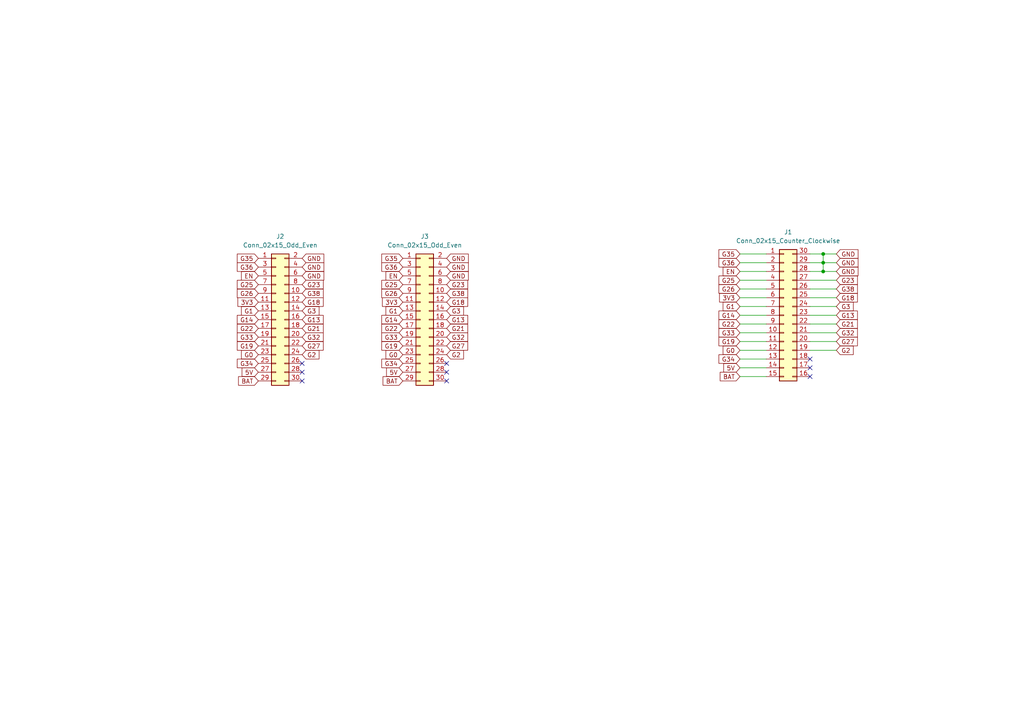
<source format=kicad_sch>
(kicad_sch (version 20230121) (generator eeschema)
  (paper "A4")
  (lib_symbols
    (symbol "Connector_Generic:Conn_02x15_Counter_Clockwise" (pin_names (offset 1.016) hide)
      (property "Reference" "J" (at 1.27 20.32 0))
      (property "Value" "Conn_02x15_Counter_Clockwise" (at 1.27 -20.32 0))
      (symbol "Conn_02x15_Counter_Clockwise_1_1"
        (rectangle (start -1.27 -17.653) (end 0 -17.907) (stroke (width 0.1524)))
        (rectangle (start -1.27 -15.113) (end 0 -15.367) (stroke (width 0.1524)))
        (rectangle (start -1.27 -12.573) (end 0 -12.827) (stroke (width 0.1524)))
        (rectangle (start -1.27 -10.033) (end 0 -10.287) (stroke (width 0.1524)))
        (rectangle (start -1.27 -7.493) (end 0 -7.747) (stroke (width 0.1524)))
        (rectangle (start -1.27 -4.953) (end 0 -5.207) (stroke (width 0.1524)))
        (rectangle (start -1.27 -2.413) (end 0 -2.667) (stroke (width 0.1524)))
        (rectangle (start -1.27 0.127) (end 0 -0.127) (stroke (width 0.1524)))
        (rectangle (start -1.27 2.667) (end 0 2.413) (stroke (width 0.1524)))
        (rectangle (start -1.27 5.207) (end 0 4.953) (stroke (width 0.1524)))
        (rectangle (start -1.27 7.747) (end 0 7.493) (stroke (width 0.1524)))
        (rectangle (start -1.27 10.287) (end 0 10.033) (stroke (width 0.1524)))
        (rectangle (start -1.27 12.827) (end 0 12.573) (stroke (width 0.1524)))
        (rectangle (start -1.27 15.367) (end 0 15.113) (stroke (width 0.1524)))
        (rectangle (start -1.27 17.907) (end 0 17.653) (stroke (width 0.1524)))
        (rectangle (start -1.27 19.05) (end 3.81 -19.05) (stroke (width 0.254)) (fill (type background)))
        (rectangle (start 3.81 -17.653) (end 2.54 -17.907) (stroke (width 0.1524)))
        (rectangle (start 3.81 -15.113) (end 2.54 -15.367) (stroke (width 0.1524)))
        (rectangle (start 3.81 -12.573) (end 2.54 -12.827) (stroke (width 0.1524)))
        (rectangle (start 3.81 -10.033) (end 2.54 -10.287) (stroke (width 0.1524)))
        (rectangle (start 3.81 -7.493) (end 2.54 -7.747) (stroke (width 0.1524)))
        (rectangle (start 3.81 -4.953) (end 2.54 -5.207) (stroke (width 0.1524)))
        (rectangle (start 3.81 -2.413) (end 2.54 -2.667) (stroke (width 0.1524)))
        (rectangle (start 3.81 0.127) (end 2.54 -0.127) (stroke (width 0.1524)))
        (rectangle (start 3.81 2.667) (end 2.54 2.413) (stroke (width 0.1524)))
        (rectangle (start 3.81 5.207) (end 2.54 4.953) (stroke (width 0.1524)))
        (rectangle (start 3.81 7.747) (end 2.54 7.493) (stroke (width 0.1524)))
        (rectangle (start 3.81 10.287) (end 2.54 10.033) (stroke (width 0.1524)))
        (rectangle (start 3.81 12.827) (end 2.54 12.573) (stroke (width 0.1524)))
        (rectangle (start 3.81 15.367) (end 2.54 15.113) (stroke (width 0.1524)))
        (rectangle (start 3.81 17.907) (end 2.54 17.653) (stroke (width 0.1524)))
        (pin passive line (at -5.08 17.78 0) (length 3.81) (name "Pin_1") (number "1"))
        (pin passive line (at -5.08 -5.08 0) (length 3.81) (name "Pin_10") (number "10"))
        (pin passive line (at -5.08 -7.62 0) (length 3.81) (name "Pin_11") (number "11"))
        (pin passive line (at -5.08 -10.16 0) (length 3.81) (name "Pin_12") (number "12"))
        (pin passive line (at -5.08 -12.7 0) (length 3.81) (name "Pin_13") (number "13"))
        (pin passive line (at -5.08 -15.24 0) (length 3.81) (name "Pin_14") (number "14"))
        (pin passive line (at -5.08 -17.78 0) (length 3.81) (name "Pin_15") (number "15"))
        (pin passive line (at 7.62 -17.78 180) (length 3.81) (name "Pin_16") (number "16"))
        (pin passive line (at 7.62 -15.24 180) (length 3.81) (name "Pin_17") (number "17"))
        (pin passive line (at 7.62 -12.7 180) (length 3.81) (name "Pin_18") (number "18"))
        (pin passive line (at 7.62 -10.16 180) (length 3.81) (name "Pin_19") (number "19"))
        (pin passive line (at -5.08 15.24 0) (length 3.81) (name "Pin_2") (number "2"))
        (pin passive line (at 7.62 -7.62 180) (length 3.81) (name "Pin_20") (number "20"))
        (pin passive line (at 7.62 -5.08 180) (length 3.81) (name "Pin_21") (number "21"))
        (pin passive line (at 7.62 -2.54 180) (length 3.81) (name "Pin_22") (number "22"))
        (pin passive line (at 7.62 0 180) (length 3.81) (name "Pin_23") (number "23"))
        (pin passive line (at 7.62 2.54 180) (length 3.81) (name "Pin_24") (number "24"))
        (pin passive line (at 7.62 5.08 180) (length 3.81) (name "Pin_25") (number "25"))
        (pin passive line (at 7.62 7.62 180) (length 3.81) (name "Pin_26") (number "26"))
        (pin passive line (at 7.62 10.16 180) (length 3.81) (name "Pin_27") (number "27"))
        (pin passive line (at 7.62 12.7 180) (length 3.81) (name "Pin_28") (number "28"))
        (pin passive line (at 7.62 15.24 180) (length 3.81) (name "Pin_29") (number "29"))
        (pin passive line (at -5.08 12.7 0) (length 3.81) (name "Pin_3") (number "3"))
        (pin passive line (at 7.62 17.78 180) (length 3.81) (name "Pin_30") (number "30"))
        (pin passive line (at -5.08 10.16 0) (length 3.81) (name "Pin_4") (number "4"))
        (pin passive line (at -5.08 7.62 0) (length 3.81) (name "Pin_5") (number "5"))
        (pin passive line (at -5.08 5.08 0) (length 3.81) (name "Pin_6") (number "6"))
        (pin passive line (at -5.08 2.54 0) (length 3.81) (name "Pin_7") (number "7"))
        (pin passive line (at -5.08 0 0) (length 3.81) (name "Pin_8") (number "8"))
        (pin passive line (at -5.08 -2.54 0) (length 3.81) (name "Pin_9") (number "9"))
      )
    )
    (symbol "Connector_Generic:Conn_02x15_Odd_Even" (pin_names (offset 1.016) hide)
      (property "Reference" "J" (at 1.27 20.32 0))
      (property "Value" "Conn_02x15_Odd_Even" (at 1.27 -20.32 0))
      (symbol "Conn_02x15_Odd_Even_1_1"
        (rectangle (start -1.27 -17.653) (end 0 -17.907) (stroke (width 0.1524)))
        (rectangle (start -1.27 -15.113) (end 0 -15.367) (stroke (width 0.1524)))
        (rectangle (start -1.27 -12.573) (end 0 -12.827) (stroke (width 0.1524)))
        (rectangle (start -1.27 -10.033) (end 0 -10.287) (stroke (width 0.1524)))
        (rectangle (start -1.27 -7.493) (end 0 -7.747) (stroke (width 0.1524)))
        (rectangle (start -1.27 -4.953) (end 0 -5.207) (stroke (width 0.1524)))
        (rectangle (start -1.27 -2.413) (end 0 -2.667) (stroke (width 0.1524)))
        (rectangle (start -1.27 0.127) (end 0 -0.127) (stroke (width 0.1524)))
        (rectangle (start -1.27 2.667) (end 0 2.413) (stroke (width 0.1524)))
        (rectangle (start -1.27 5.207) (end 0 4.953) (stroke (width 0.1524)))
        (rectangle (start -1.27 7.747) (end 0 7.493) (stroke (width 0.1524)))
        (rectangle (start -1.27 10.287) (end 0 10.033) (stroke (width 0.1524)))
        (rectangle (start -1.27 12.827) (end 0 12.573) (stroke (width 0.1524)))
        (rectangle (start -1.27 15.367) (end 0 15.113) (stroke (width 0.1524)))
        (rectangle (start -1.27 17.907) (end 0 17.653) (stroke (width 0.1524)))
        (rectangle (start -1.27 19.05) (end 3.81 -19.05) (stroke (width 0.254)) (fill (type background)))
        (rectangle (start 3.81 -17.653) (end 2.54 -17.907) (stroke (width 0.1524)))
        (rectangle (start 3.81 -15.113) (end 2.54 -15.367) (stroke (width 0.1524)))
        (rectangle (start 3.81 -12.573) (end 2.54 -12.827) (stroke (width 0.1524)))
        (rectangle (start 3.81 -10.033) (end 2.54 -10.287) (stroke (width 0.1524)))
        (rectangle (start 3.81 -7.493) (end 2.54 -7.747) (stroke (width 0.1524)))
        (rectangle (start 3.81 -4.953) (end 2.54 -5.207) (stroke (width 0.1524)))
        (rectangle (start 3.81 -2.413) (end 2.54 -2.667) (stroke (width 0.1524)))
        (rectangle (start 3.81 0.127) (end 2.54 -0.127) (stroke (width 0.1524)))
        (rectangle (start 3.81 2.667) (end 2.54 2.413) (stroke (width 0.1524)))
        (rectangle (start 3.81 5.207) (end 2.54 4.953) (stroke (width 0.1524)))
        (rectangle (start 3.81 7.747) (end 2.54 7.493) (stroke (width 0.1524)))
        (rectangle (start 3.81 10.287) (end 2.54 10.033) (stroke (width 0.1524)))
        (rectangle (start 3.81 12.827) (end 2.54 12.573) (stroke (width 0.1524)))
        (rectangle (start 3.81 15.367) (end 2.54 15.113) (stroke (width 0.1524)))
        (rectangle (start 3.81 17.907) (end 2.54 17.653) (stroke (width 0.1524)))
        (pin passive line (at -5.08 17.78 0) (length 3.81) (name "Pin_1") (number "1"))
        (pin passive line (at 7.62 7.62 180) (length 3.81) (name "Pin_10") (number "10"))
        (pin passive line (at -5.08 5.08 0) (length 3.81) (name "Pin_11") (number "11"))
        (pin passive line (at 7.62 5.08 180) (length 3.81) (name "Pin_12") (number "12"))
        (pin passive line (at -5.08 2.54 0) (length 3.81) (name "Pin_13") (number "13"))
        (pin passive line (at 7.62 2.54 180) (length 3.81) (name "Pin_14") (number "14"))
        (pin passive line (at -5.08 0 0) (length 3.81) (name "Pin_15") (number "15"))
        (pin passive line (at 7.62 0 180) (length 3.81) (name "Pin_16") (number "16"))
        (pin passive line (at -5.08 -2.54 0) (length 3.81) (name "Pin_17") (number "17"))
        (pin passive line (at 7.62 -2.54 180) (length 3.81) (name "Pin_18") (number "18"))
        (pin passive line (at -5.08 -5.08 0) (length 3.81) (name "Pin_19") (number "19"))
        (pin passive line (at 7.62 17.78 180) (length 3.81) (name "Pin_2") (number "2"))
        (pin passive line (at 7.62 -5.08 180) (length 3.81) (name "Pin_20") (number "20"))
        (pin passive line (at -5.08 -7.62 0) (length 3.81) (name "Pin_21") (number "21"))
        (pin passive line (at 7.62 -7.62 180) (length 3.81) (name "Pin_22") (number "22"))
        (pin passive line (at -5.08 -10.16 0) (length 3.81) (name "Pin_23") (number "23"))
        (pin passive line (at 7.62 -10.16 180) (length 3.81) (name "Pin_24") (number "24"))
        (pin passive line (at -5.08 -12.7 0) (length 3.81) (name "Pin_25") (number "25"))
        (pin passive line (at 7.62 -12.7 180) (length 3.81) (name "Pin_26") (number "26"))
        (pin passive line (at -5.08 -15.24 0) (length 3.81) (name "Pin_27") (number "27"))
        (pin passive line (at 7.62 -15.24 180) (length 3.81) (name "Pin_28") (number "28"))
        (pin passive line (at -5.08 -17.78 0) (length 3.81) (name "Pin_29") (number "29"))
        (pin passive line (at -5.08 15.24 0) (length 3.81) (name "Pin_3") (number "3"))
        (pin passive line (at 7.62 -17.78 180) (length 3.81) (name "Pin_30") (number "30"))
        (pin passive line (at 7.62 15.24 180) (length 3.81) (name "Pin_4") (number "4"))
        (pin passive line (at -5.08 12.7 0) (length 3.81) (name "Pin_5") (number "5"))
        (pin passive line (at 7.62 12.7 180) (length 3.81) (name "Pin_6") (number "6"))
        (pin passive line (at -5.08 10.16 0) (length 3.81) (name "Pin_7") (number "7"))
        (pin passive line (at 7.62 10.16 180) (length 3.81) (name "Pin_8") (number "8"))
        (pin passive line (at -5.08 7.62 0) (length 3.81) (name "Pin_9") (number "9"))
      )
    )
  )
  (junction (at 238.76 78.74))
  (junction (at 238.76 73.66))
  (junction (at 238.76 76.2))
  (no_connect (at 87.63 105.41))
  (no_connect (at 234.95 109.22))
  (no_connect (at 234.95 106.68))
  (no_connect (at 129.54 110.49))
  (no_connect (at 129.54 105.41))
  (no_connect (at 87.63 107.95))
  (no_connect (at 87.63 110.49))
  (no_connect (at 234.95 104.14))
  (no_connect (at 129.54 107.95))
  (wire (pts (xy 234.95 78.74) (xy 238.76 78.74)))
  (wire (pts (xy 238.76 78.74) (xy 242.57 78.74)))
  (wire (pts (xy 242.57 73.66) (xy 238.76 73.66)))
  (wire (pts (xy 238.76 73.66) (xy 238.76 76.2)))
  (wire (pts (xy 214.63 109.22) (xy 222.25 109.22)))
  (wire (pts (xy 214.63 76.2) (xy 222.25 76.2)))
  (wire (pts (xy 242.57 99.06) (xy 234.95 99.06)))
  (wire (pts (xy 242.57 91.44) (xy 234.95 91.44)))
  (wire (pts (xy 242.57 93.98) (xy 234.95 93.98)))
  (wire (pts (xy 242.57 83.82) (xy 234.95 83.82)))
  (wire (pts (xy 214.63 93.98) (xy 222.25 93.98)))
  (wire (pts (xy 214.63 73.66) (xy 222.25 73.66)))
  (wire (pts (xy 214.63 83.82) (xy 222.25 83.82)))
  (wire (pts (xy 214.63 78.74) (xy 222.25 78.74)))
  (wire (pts (xy 214.63 86.36) (xy 222.25 86.36)))
  (wire (pts (xy 242.57 96.52) (xy 234.95 96.52)))
  (wire (pts (xy 242.57 101.6) (xy 234.95 101.6)))
  (wire (pts (xy 214.63 96.52) (xy 222.25 96.52)))
  (wire (pts (xy 238.76 73.66) (xy 234.95 73.66)))
  (wire (pts (xy 214.63 106.68) (xy 222.25 106.68)))
  (wire (pts (xy 214.63 91.44) (xy 222.25 91.44)))
  (wire (pts (xy 214.63 101.6) (xy 222.25 101.6)))
  (wire (pts (xy 238.76 76.2) (xy 242.57 76.2)))
  (wire (pts (xy 238.76 76.2) (xy 238.76 78.74)))
  (wire (pts (xy 214.63 104.14) (xy 222.25 104.14)))
  (wire (pts (xy 214.63 99.06) (xy 222.25 99.06)))
  (wire (pts (xy 234.95 76.2) (xy 238.76 76.2)))
  (wire (pts (xy 242.57 86.36) (xy 234.95 86.36)))
  (wire (pts (xy 242.57 81.28) (xy 234.95 81.28)))
  (wire (pts (xy 214.63 88.9) (xy 222.25 88.9)))
  (wire (pts (xy 242.57 88.9) (xy 234.95 88.9)))
  (wire (pts (xy 214.63 81.28) (xy 222.25 81.28)))
  (global_label "G3" (shape input) (at 129.54 90.17 0) (property "Intersheetrefs" "${INTERSHEET_REFS}" (effects hide)))
  (global_label "G3" (shape input) (at 242.57 88.9 0) (property "Intersheetrefs" "${INTERSHEET_REFS}" (effects hide)))
  (global_label "G35" (shape input) (at 116.84 74.93 180) (property "Intersheetrefs" "${INTERSHEET_REFS}" (effects hide)))
  (global_label "G26" (shape input) (at 74.93 85.09 180) (property "Intersheetrefs" "${INTERSHEET_REFS}" (effects hide)))
  (global_label "G2" (shape input) (at 129.54 102.87 0) (property "Intersheetrefs" "${INTERSHEET_REFS}" (effects hide)))
  (global_label "G33" (shape input) (at 74.93 97.79 180) (property "Intersheetrefs" "${INTERSHEET_REFS}" (effects hide)))
  (global_label "G38" (shape input) (at 129.54 85.09 0) (property "Intersheetrefs" "${INTERSHEET_REFS}" (effects hide)))
  (global_label "G38" (shape input) (at 242.57 83.82 0) (property "Intersheetrefs" "${INTERSHEET_REFS}" (effects hide)))
  (global_label "G0" (shape input) (at 214.63 101.6 180) (property "Intersheetrefs" "${INTERSHEET_REFS}" (effects hide)))
  (global_label "G13" (shape input) (at 87.63 92.71 0) (property "Intersheetrefs" "${INTERSHEET_REFS}" (effects hide)))
  (global_label "G1" (shape input) (at 214.63 88.9 180) (property "Intersheetrefs" "${INTERSHEET_REFS}" (effects hide)))
  (global_label "G21" (shape input) (at 242.57 93.98 0) (property "Intersheetrefs" "${INTERSHEET_REFS}" (effects hide)))
  (global_label "BAT" (shape input) (at 214.63 109.22 180) (property "Intersheetrefs" "${INTERSHEET_REFS}" (effects hide)))
  (global_label "GND" (shape input) (at 87.63 80.01 0) (property "Intersheetrefs" "${INTERSHEET_REFS}" (effects hide)))
  (global_label "BAT" (shape input) (at 74.93 110.49 180) (property "Intersheetrefs" "${INTERSHEET_REFS}" (effects hide)))
  (global_label "GND" (shape input) (at 242.57 76.2 0) (property "Intersheetrefs" "${INTERSHEET_REFS}" (effects hide)))
  (global_label "G32" (shape input) (at 87.63 97.79 0) (property "Intersheetrefs" "${INTERSHEET_REFS}" (effects hide)))
  (global_label "GND" (shape input) (at 129.54 77.47 0) (property "Intersheetrefs" "${INTERSHEET_REFS}" (effects hide)))
  (global_label "G23" (shape input) (at 129.54 82.55 0) (property "Intersheetrefs" "${INTERSHEET_REFS}" (effects hide)))
  (global_label "G32" (shape input) (at 129.54 97.79 0) (property "Intersheetrefs" "${INTERSHEET_REFS}" (effects hide)))
  (global_label "G22" (shape input) (at 116.84 95.25 180) (property "Intersheetrefs" "${INTERSHEET_REFS}" (effects hide)))
  (global_label "GND" (shape input) (at 242.57 78.74 0) (property "Intersheetrefs" "${INTERSHEET_REFS}" (effects hide)))
  (global_label "G23" (shape input) (at 242.57 81.28 0) (property "Intersheetrefs" "${INTERSHEET_REFS}" (effects hide)))
  (global_label "G14" (shape input) (at 214.63 91.44 180) (property "Intersheetrefs" "${INTERSHEET_REFS}" (effects hide)))
  (global_label "G26" (shape input) (at 116.84 85.09 180) (property "Intersheetrefs" "${INTERSHEET_REFS}" (effects hide)))
  (global_label "G25" (shape input) (at 214.63 81.28 180) (property "Intersheetrefs" "${INTERSHEET_REFS}" (effects hide)))
  (global_label "G36" (shape input) (at 214.63 76.2 180) (property "Intersheetrefs" "${INTERSHEET_REFS}" (effects hide)))
  (global_label "EN" (shape input) (at 74.93 80.01 180) (property "Intersheetrefs" "${INTERSHEET_REFS}" (effects hide)))
  (global_label "G2" (shape input) (at 87.63 102.87 0) (property "Intersheetrefs" "${INTERSHEET_REFS}" (effects hide)))
  (global_label "G33" (shape input) (at 116.84 97.79 180) (property "Intersheetrefs" "${INTERSHEET_REFS}" (effects hide)))
  (global_label "G19" (shape input) (at 214.63 99.06 180) (property "Intersheetrefs" "${INTERSHEET_REFS}" (effects hide)))
  (global_label "G2" (shape input) (at 242.57 101.6 0) (property "Intersheetrefs" "${INTERSHEET_REFS}" (effects hide)))
  (global_label "G1" (shape input) (at 116.84 90.17 180) (property "Intersheetrefs" "${INTERSHEET_REFS}" (effects hide)))
  (global_label "G21" (shape input) (at 87.63 95.25 0) (property "Intersheetrefs" "${INTERSHEET_REFS}" (effects hide)))
  (global_label "5V" (shape input) (at 214.63 106.68 180) (property "Intersheetrefs" "${INTERSHEET_REFS}" (effects hide)))
  (global_label "5V" (shape input) (at 74.93 107.95 180) (property "Intersheetrefs" "${INTERSHEET_REFS}" (effects hide)))
  (global_label "G0" (shape input) (at 74.93 102.87 180) (property "Intersheetrefs" "${INTERSHEET_REFS}" (effects hide)))
  (global_label "3V3" (shape input) (at 214.63 86.36 180) (property "Intersheetrefs" "${INTERSHEET_REFS}" (effects hide)))
  (global_label "G34" (shape input) (at 214.63 104.14 180) (property "Intersheetrefs" "${INTERSHEET_REFS}" (effects hide)))
  (global_label "G22" (shape input) (at 214.63 93.98 180) (property "Intersheetrefs" "${INTERSHEET_REFS}" (effects hide)))
  (global_label "BAT" (shape input) (at 116.84 110.49 180) (property "Intersheetrefs" "${INTERSHEET_REFS}" (effects hide)))
  (global_label "G33" (shape input) (at 214.63 96.52 180) (property "Intersheetrefs" "${INTERSHEET_REFS}" (effects hide)))
  (global_label "G21" (shape input) (at 129.54 95.25 0) (property "Intersheetrefs" "${INTERSHEET_REFS}" (effects hide)))
  (global_label "G34" (shape input) (at 116.84 105.41 180) (property "Intersheetrefs" "${INTERSHEET_REFS}" (effects hide)))
  (global_label "G27" (shape input) (at 242.57 99.06 0) (property "Intersheetrefs" "${INTERSHEET_REFS}" (effects hide)))
  (global_label "G13" (shape input) (at 129.54 92.71 0) (property "Intersheetrefs" "${INTERSHEET_REFS}" (effects hide)))
  (global_label "G19" (shape input) (at 74.93 100.33 180) (property "Intersheetrefs" "${INTERSHEET_REFS}" (effects hide)))
  (global_label "GND" (shape input) (at 129.54 74.93 0) (property "Intersheetrefs" "${INTERSHEET_REFS}" (effects hide)))
  (global_label "GND" (shape input) (at 242.57 73.66 0) (property "Intersheetrefs" "${INTERSHEET_REFS}" (effects hide)))
  (global_label "EN" (shape input) (at 214.63 78.74 180) (property "Intersheetrefs" "${INTERSHEET_REFS}" (effects hide)))
  (global_label "G1" (shape input) (at 74.93 90.17 180) (property "Intersheetrefs" "${INTERSHEET_REFS}" (effects hide)))
  (global_label "G35" (shape input) (at 214.63 73.66 180) (property "Intersheetrefs" "${INTERSHEET_REFS}" (effects hide)))
  (global_label "G36" (shape input) (at 116.84 77.47 180) (property "Intersheetrefs" "${INTERSHEET_REFS}" (effects hide)))
  (global_label "G0" (shape input) (at 116.84 102.87 180) (property "Intersheetrefs" "${INTERSHEET_REFS}" (effects hide)))
  (global_label "GND" (shape input) (at 129.54 80.01 0) (property "Intersheetrefs" "${INTERSHEET_REFS}" (effects hide)))
  (global_label "G3" (shape input) (at 87.63 90.17 0) (property "Intersheetrefs" "${INTERSHEET_REFS}" (effects hide)))
  (global_label "G25" (shape input) (at 74.93 82.55 180) (property "Intersheetrefs" "${INTERSHEET_REFS}" (effects hide)))
  (global_label "3V3" (shape input) (at 116.84 87.63 180) (property "Intersheetrefs" "${INTERSHEET_REFS}" (effects hide)))
  (global_label "G26" (shape input) (at 214.63 83.82 180) (property "Intersheetrefs" "${INTERSHEET_REFS}" (effects hide)))
  (global_label "GND" (shape input) (at 87.63 77.47 0) (property "Intersheetrefs" "${INTERSHEET_REFS}" (effects hide)))
  (global_label "G13" (shape input) (at 242.57 91.44 0) (property "Intersheetrefs" "${INTERSHEET_REFS}" (effects hide)))
  (global_label "G18" (shape input) (at 242.57 86.36 0) (property "Intersheetrefs" "${INTERSHEET_REFS}" (effects hide)))
  (global_label "G34" (shape input) (at 74.93 105.41 180) (property "Intersheetrefs" "${INTERSHEET_REFS}" (effects hide)))
  (global_label "G35" (shape input) (at 74.93 74.93 180) (property "Intersheetrefs" "${INTERSHEET_REFS}" (effects hide)))
  (global_label "5V" (shape input) (at 116.84 107.95 180) (property "Intersheetrefs" "${INTERSHEET_REFS}" (effects hide)))
  (global_label "G25" (shape input) (at 116.84 82.55 180) (property "Intersheetrefs" "${INTERSHEET_REFS}" (effects hide)))
  (global_label "3V3" (shape input) (at 74.93 87.63 180) (property "Intersheetrefs" "${INTERSHEET_REFS}" (effects hide)))
  (global_label "G18" (shape input) (at 129.54 87.63 0) (property "Intersheetrefs" "${INTERSHEET_REFS}" (effects hide)))
  (global_label "G38" (shape input) (at 87.63 85.09 0) (property "Intersheetrefs" "${INTERSHEET_REFS}" (effects hide)))
  (global_label "G36" (shape input) (at 74.93 77.47 180) (property "Intersheetrefs" "${INTERSHEET_REFS}" (effects hide)))
  (global_label "G27" (shape input) (at 129.54 100.33 0) (property "Intersheetrefs" "${INTERSHEET_REFS}" (effects hide)))
  (global_label "G14" (shape input) (at 116.84 92.71 180) (property "Intersheetrefs" "${INTERSHEET_REFS}" (effects hide)))
  (global_label "G14" (shape input) (at 74.93 92.71 180) (property "Intersheetrefs" "${INTERSHEET_REFS}" (effects hide)))
  (global_label "EN" (shape input) (at 116.84 80.01 180) (property "Intersheetrefs" "${INTERSHEET_REFS}" (effects hide)))
  (global_label "G22" (shape input) (at 74.93 95.25 180) (property "Intersheetrefs" "${INTERSHEET_REFS}" (effects hide)))
  (global_label "G27" (shape input) (at 87.63 100.33 0) (property "Intersheetrefs" "${INTERSHEET_REFS}" (effects hide)))
  (global_label "G19" (shape input) (at 116.84 100.33 180) (property "Intersheetrefs" "${INTERSHEET_REFS}" (effects hide)))
  (global_label "G32" (shape input) (at 242.57 96.52 0) (property "Intersheetrefs" "${INTERSHEET_REFS}" (effects hide)))
  (global_label "G18" (shape input) (at 87.63 87.63 0) (property "Intersheetrefs" "${INTERSHEET_REFS}" (effects hide)))
  (global_label "G23" (shape input) (at 87.63 82.55 0) (property "Intersheetrefs" "${INTERSHEET_REFS}" (effects hide)))
  (global_label "GND" (shape input) (at 87.63 74.93 0) (property "Intersheetrefs" "${INTERSHEET_REFS}" (effects hide)))
  (symbol (lib_id "Connector_Generic:Conn_02x15_Odd_Even") (at 80.01 92.71 0) (unit 1)
    (property "Reference" "J2" (at 81.28 68.58 0))
    (property "Value" "Conn_02x15_Odd_Even" (at 81.28 71.12 0))
    (property "Footprint" "Connector_PinHeader_2.54mm:PinHeader_2x15_P2.54mm_Vertical" (effects hide))
  )
  (symbol (lib_id "Connector_Generic:Conn_02x15_Counter_Clockwise") (at 227.33 91.44 0) (unit 1)
    (property "Reference" "J1" (at 228.6 67.31 0))
    (property "Value" "Conn_02x15_Counter_Clockwise" (at 228.6 69.85 0))
    (property "Footprint" "0-My_Parts:M5StackBase2_1" (effects hide))
  )
  (symbol (lib_id "Connector_Generic:Conn_02x15_Odd_Even") (at 121.92 92.71 0) (unit 1)
    (property "Reference" "J3" (at 123.19 68.58 0))
    (property "Value" "Conn_02x15_Odd_Even" (at 123.19 71.12 0))
    (property "Footprint" "Connector_PinHeader_2.54mm:PinHeader_2x15_P2.54mm_Vertical" (effects hide))
  )
)
</source>
